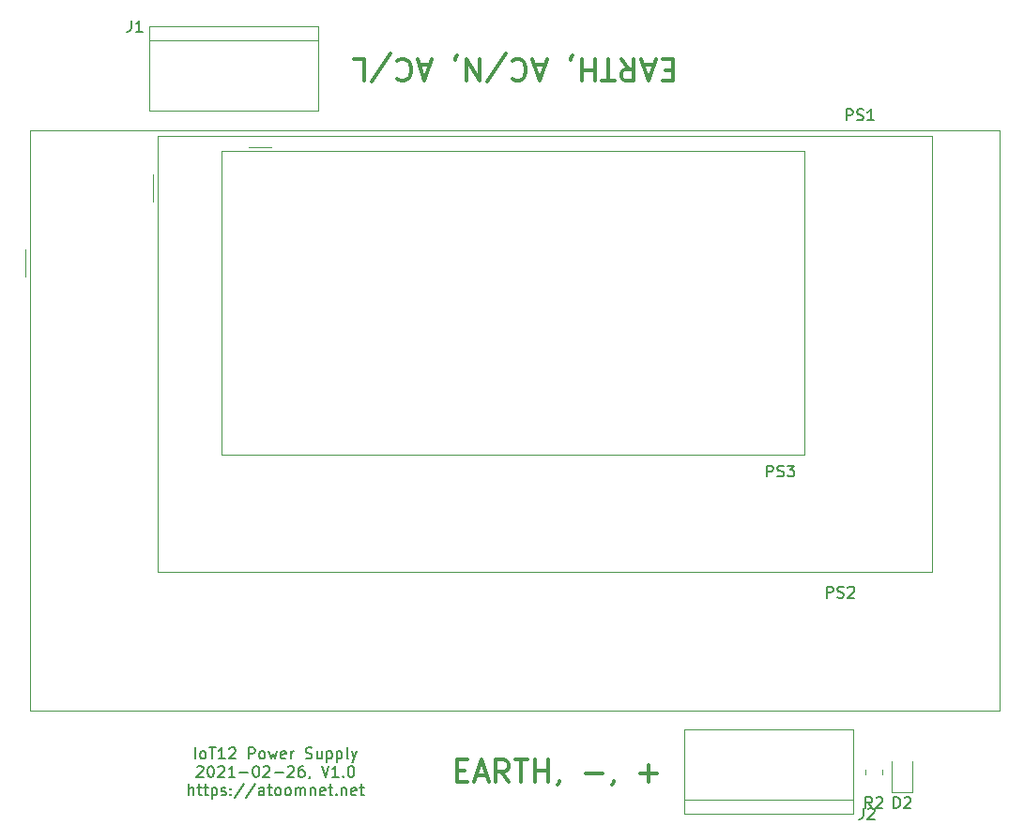
<source format=gbr>
G04 #@! TF.GenerationSoftware,KiCad,Pcbnew,(5.1.9)-1*
G04 #@! TF.CreationDate,2021-03-27T10:15:32+01:00*
G04 #@! TF.ProjectId,IoT12 Power Supply,496f5431-3220-4506-9f77-657220537570,rev?*
G04 #@! TF.SameCoordinates,Original*
G04 #@! TF.FileFunction,Legend,Top*
G04 #@! TF.FilePolarity,Positive*
%FSLAX46Y46*%
G04 Gerber Fmt 4.6, Leading zero omitted, Abs format (unit mm)*
G04 Created by KiCad (PCBNEW (5.1.9)-1) date 2021-03-27 10:15:32*
%MOMM*%
%LPD*%
G01*
G04 APERTURE LIST*
%ADD10C,0.300000*%
%ADD11C,0.150000*%
%ADD12C,0.120000*%
G04 APERTURE END LIST*
D10*
X147162380Y-121777142D02*
X147829047Y-121777142D01*
X148114761Y-122824761D02*
X147162380Y-122824761D01*
X147162380Y-120824761D01*
X148114761Y-120824761D01*
X148876666Y-122253333D02*
X149829047Y-122253333D01*
X148686190Y-122824761D02*
X149352857Y-120824761D01*
X150019523Y-122824761D01*
X151829047Y-122824761D02*
X151162380Y-121872380D01*
X150686190Y-122824761D02*
X150686190Y-120824761D01*
X151448095Y-120824761D01*
X151638571Y-120920000D01*
X151733809Y-121015238D01*
X151829047Y-121205714D01*
X151829047Y-121491428D01*
X151733809Y-121681904D01*
X151638571Y-121777142D01*
X151448095Y-121872380D01*
X150686190Y-121872380D01*
X152400476Y-120824761D02*
X153543333Y-120824761D01*
X152971904Y-122824761D02*
X152971904Y-120824761D01*
X154210000Y-122824761D02*
X154210000Y-120824761D01*
X154210000Y-121777142D02*
X155352857Y-121777142D01*
X155352857Y-122824761D02*
X155352857Y-120824761D01*
X156400476Y-122729523D02*
X156400476Y-122824761D01*
X156305238Y-123015238D01*
X156210000Y-123110476D01*
X158781428Y-122062857D02*
X160305238Y-122062857D01*
X161352857Y-122729523D02*
X161352857Y-122824761D01*
X161257619Y-123015238D01*
X161162380Y-123110476D01*
X163733809Y-122062857D02*
X165257619Y-122062857D01*
X164495714Y-122824761D02*
X164495714Y-121300952D01*
X166638095Y-58562857D02*
X165971428Y-58562857D01*
X165685714Y-57515238D02*
X166638095Y-57515238D01*
X166638095Y-59515238D01*
X165685714Y-59515238D01*
X164923809Y-58086666D02*
X163971428Y-58086666D01*
X165114285Y-57515238D02*
X164447619Y-59515238D01*
X163780952Y-57515238D01*
X161971428Y-57515238D02*
X162638095Y-58467619D01*
X163114285Y-57515238D02*
X163114285Y-59515238D01*
X162352380Y-59515238D01*
X162161904Y-59420000D01*
X162066666Y-59324761D01*
X161971428Y-59134285D01*
X161971428Y-58848571D01*
X162066666Y-58658095D01*
X162161904Y-58562857D01*
X162352380Y-58467619D01*
X163114285Y-58467619D01*
X161400000Y-59515238D02*
X160257142Y-59515238D01*
X160828571Y-57515238D02*
X160828571Y-59515238D01*
X159590476Y-57515238D02*
X159590476Y-59515238D01*
X159590476Y-58562857D02*
X158447619Y-58562857D01*
X158447619Y-57515238D02*
X158447619Y-59515238D01*
X157400000Y-57610476D02*
X157400000Y-57515238D01*
X157495238Y-57324761D01*
X157590476Y-57229523D01*
X155114285Y-58086666D02*
X154161904Y-58086666D01*
X155304761Y-57515238D02*
X154638095Y-59515238D01*
X153971428Y-57515238D01*
X152161904Y-57705714D02*
X152257142Y-57610476D01*
X152542857Y-57515238D01*
X152733333Y-57515238D01*
X153019047Y-57610476D01*
X153209523Y-57800952D01*
X153304761Y-57991428D01*
X153400000Y-58372380D01*
X153400000Y-58658095D01*
X153304761Y-59039047D01*
X153209523Y-59229523D01*
X153019047Y-59420000D01*
X152733333Y-59515238D01*
X152542857Y-59515238D01*
X152257142Y-59420000D01*
X152161904Y-59324761D01*
X149876190Y-59610476D02*
X151590476Y-57039047D01*
X149209523Y-57515238D02*
X149209523Y-59515238D01*
X148066666Y-57515238D01*
X148066666Y-59515238D01*
X147019047Y-57610476D02*
X147019047Y-57515238D01*
X147114285Y-57324761D01*
X147209523Y-57229523D01*
X144733333Y-58086666D02*
X143780952Y-58086666D01*
X144923809Y-57515238D02*
X144257142Y-59515238D01*
X143590476Y-57515238D01*
X141780952Y-57705714D02*
X141876190Y-57610476D01*
X142161904Y-57515238D01*
X142352380Y-57515238D01*
X142638095Y-57610476D01*
X142828571Y-57800952D01*
X142923809Y-57991428D01*
X143019047Y-58372380D01*
X143019047Y-58658095D01*
X142923809Y-59039047D01*
X142828571Y-59229523D01*
X142638095Y-59420000D01*
X142352380Y-59515238D01*
X142161904Y-59515238D01*
X141876190Y-59420000D01*
X141780952Y-59324761D01*
X139495238Y-59610476D02*
X141209523Y-57039047D01*
X137876190Y-57515238D02*
X138828571Y-57515238D01*
X138828571Y-59515238D01*
D11*
X123571904Y-120722380D02*
X123571904Y-119722380D01*
X124190952Y-120722380D02*
X124095714Y-120674761D01*
X124048095Y-120627142D01*
X124000476Y-120531904D01*
X124000476Y-120246190D01*
X124048095Y-120150952D01*
X124095714Y-120103333D01*
X124190952Y-120055714D01*
X124333809Y-120055714D01*
X124429047Y-120103333D01*
X124476666Y-120150952D01*
X124524285Y-120246190D01*
X124524285Y-120531904D01*
X124476666Y-120627142D01*
X124429047Y-120674761D01*
X124333809Y-120722380D01*
X124190952Y-120722380D01*
X124810000Y-119722380D02*
X125381428Y-119722380D01*
X125095714Y-120722380D02*
X125095714Y-119722380D01*
X126238571Y-120722380D02*
X125667142Y-120722380D01*
X125952857Y-120722380D02*
X125952857Y-119722380D01*
X125857619Y-119865238D01*
X125762380Y-119960476D01*
X125667142Y-120008095D01*
X126619523Y-119817619D02*
X126667142Y-119770000D01*
X126762380Y-119722380D01*
X127000476Y-119722380D01*
X127095714Y-119770000D01*
X127143333Y-119817619D01*
X127190952Y-119912857D01*
X127190952Y-120008095D01*
X127143333Y-120150952D01*
X126571904Y-120722380D01*
X127190952Y-120722380D01*
X128381428Y-120722380D02*
X128381428Y-119722380D01*
X128762380Y-119722380D01*
X128857619Y-119770000D01*
X128905238Y-119817619D01*
X128952857Y-119912857D01*
X128952857Y-120055714D01*
X128905238Y-120150952D01*
X128857619Y-120198571D01*
X128762380Y-120246190D01*
X128381428Y-120246190D01*
X129524285Y-120722380D02*
X129429047Y-120674761D01*
X129381428Y-120627142D01*
X129333809Y-120531904D01*
X129333809Y-120246190D01*
X129381428Y-120150952D01*
X129429047Y-120103333D01*
X129524285Y-120055714D01*
X129667142Y-120055714D01*
X129762380Y-120103333D01*
X129810000Y-120150952D01*
X129857619Y-120246190D01*
X129857619Y-120531904D01*
X129810000Y-120627142D01*
X129762380Y-120674761D01*
X129667142Y-120722380D01*
X129524285Y-120722380D01*
X130190952Y-120055714D02*
X130381428Y-120722380D01*
X130571904Y-120246190D01*
X130762380Y-120722380D01*
X130952857Y-120055714D01*
X131714761Y-120674761D02*
X131619523Y-120722380D01*
X131429047Y-120722380D01*
X131333809Y-120674761D01*
X131286190Y-120579523D01*
X131286190Y-120198571D01*
X131333809Y-120103333D01*
X131429047Y-120055714D01*
X131619523Y-120055714D01*
X131714761Y-120103333D01*
X131762380Y-120198571D01*
X131762380Y-120293809D01*
X131286190Y-120389047D01*
X132190952Y-120722380D02*
X132190952Y-120055714D01*
X132190952Y-120246190D02*
X132238571Y-120150952D01*
X132286190Y-120103333D01*
X132381428Y-120055714D01*
X132476666Y-120055714D01*
X133524285Y-120674761D02*
X133667142Y-120722380D01*
X133905238Y-120722380D01*
X134000476Y-120674761D01*
X134048095Y-120627142D01*
X134095714Y-120531904D01*
X134095714Y-120436666D01*
X134048095Y-120341428D01*
X134000476Y-120293809D01*
X133905238Y-120246190D01*
X133714761Y-120198571D01*
X133619523Y-120150952D01*
X133571904Y-120103333D01*
X133524285Y-120008095D01*
X133524285Y-119912857D01*
X133571904Y-119817619D01*
X133619523Y-119770000D01*
X133714761Y-119722380D01*
X133952857Y-119722380D01*
X134095714Y-119770000D01*
X134952857Y-120055714D02*
X134952857Y-120722380D01*
X134524285Y-120055714D02*
X134524285Y-120579523D01*
X134571904Y-120674761D01*
X134667142Y-120722380D01*
X134810000Y-120722380D01*
X134905238Y-120674761D01*
X134952857Y-120627142D01*
X135429047Y-120055714D02*
X135429047Y-121055714D01*
X135429047Y-120103333D02*
X135524285Y-120055714D01*
X135714761Y-120055714D01*
X135810000Y-120103333D01*
X135857619Y-120150952D01*
X135905238Y-120246190D01*
X135905238Y-120531904D01*
X135857619Y-120627142D01*
X135810000Y-120674761D01*
X135714761Y-120722380D01*
X135524285Y-120722380D01*
X135429047Y-120674761D01*
X136333809Y-120055714D02*
X136333809Y-121055714D01*
X136333809Y-120103333D02*
X136429047Y-120055714D01*
X136619523Y-120055714D01*
X136714761Y-120103333D01*
X136762380Y-120150952D01*
X136810000Y-120246190D01*
X136810000Y-120531904D01*
X136762380Y-120627142D01*
X136714761Y-120674761D01*
X136619523Y-120722380D01*
X136429047Y-120722380D01*
X136333809Y-120674761D01*
X137381428Y-120722380D02*
X137286190Y-120674761D01*
X137238571Y-120579523D01*
X137238571Y-119722380D01*
X137667142Y-120055714D02*
X137905238Y-120722380D01*
X138143333Y-120055714D02*
X137905238Y-120722380D01*
X137810000Y-120960476D01*
X137762380Y-121008095D01*
X137667142Y-121055714D01*
X123714761Y-121467619D02*
X123762380Y-121420000D01*
X123857619Y-121372380D01*
X124095714Y-121372380D01*
X124190952Y-121420000D01*
X124238571Y-121467619D01*
X124286190Y-121562857D01*
X124286190Y-121658095D01*
X124238571Y-121800952D01*
X123667142Y-122372380D01*
X124286190Y-122372380D01*
X124905238Y-121372380D02*
X125000476Y-121372380D01*
X125095714Y-121420000D01*
X125143333Y-121467619D01*
X125190952Y-121562857D01*
X125238571Y-121753333D01*
X125238571Y-121991428D01*
X125190952Y-122181904D01*
X125143333Y-122277142D01*
X125095714Y-122324761D01*
X125000476Y-122372380D01*
X124905238Y-122372380D01*
X124810000Y-122324761D01*
X124762380Y-122277142D01*
X124714761Y-122181904D01*
X124667142Y-121991428D01*
X124667142Y-121753333D01*
X124714761Y-121562857D01*
X124762380Y-121467619D01*
X124810000Y-121420000D01*
X124905238Y-121372380D01*
X125619523Y-121467619D02*
X125667142Y-121420000D01*
X125762380Y-121372380D01*
X126000476Y-121372380D01*
X126095714Y-121420000D01*
X126143333Y-121467619D01*
X126190952Y-121562857D01*
X126190952Y-121658095D01*
X126143333Y-121800952D01*
X125571904Y-122372380D01*
X126190952Y-122372380D01*
X127143333Y-122372380D02*
X126571904Y-122372380D01*
X126857619Y-122372380D02*
X126857619Y-121372380D01*
X126762380Y-121515238D01*
X126667142Y-121610476D01*
X126571904Y-121658095D01*
X127571904Y-121991428D02*
X128333809Y-121991428D01*
X129000476Y-121372380D02*
X129095714Y-121372380D01*
X129190952Y-121420000D01*
X129238571Y-121467619D01*
X129286190Y-121562857D01*
X129333809Y-121753333D01*
X129333809Y-121991428D01*
X129286190Y-122181904D01*
X129238571Y-122277142D01*
X129190952Y-122324761D01*
X129095714Y-122372380D01*
X129000476Y-122372380D01*
X128905238Y-122324761D01*
X128857619Y-122277142D01*
X128810000Y-122181904D01*
X128762380Y-121991428D01*
X128762380Y-121753333D01*
X128810000Y-121562857D01*
X128857619Y-121467619D01*
X128905238Y-121420000D01*
X129000476Y-121372380D01*
X129714761Y-121467619D02*
X129762380Y-121420000D01*
X129857619Y-121372380D01*
X130095714Y-121372380D01*
X130190952Y-121420000D01*
X130238571Y-121467619D01*
X130286190Y-121562857D01*
X130286190Y-121658095D01*
X130238571Y-121800952D01*
X129667142Y-122372380D01*
X130286190Y-122372380D01*
X130714761Y-121991428D02*
X131476666Y-121991428D01*
X131905238Y-121467619D02*
X131952857Y-121420000D01*
X132048095Y-121372380D01*
X132286190Y-121372380D01*
X132381428Y-121420000D01*
X132429047Y-121467619D01*
X132476666Y-121562857D01*
X132476666Y-121658095D01*
X132429047Y-121800952D01*
X131857619Y-122372380D01*
X132476666Y-122372380D01*
X133333809Y-121372380D02*
X133143333Y-121372380D01*
X133048095Y-121420000D01*
X133000476Y-121467619D01*
X132905238Y-121610476D01*
X132857619Y-121800952D01*
X132857619Y-122181904D01*
X132905238Y-122277142D01*
X132952857Y-122324761D01*
X133048095Y-122372380D01*
X133238571Y-122372380D01*
X133333809Y-122324761D01*
X133381428Y-122277142D01*
X133429047Y-122181904D01*
X133429047Y-121943809D01*
X133381428Y-121848571D01*
X133333809Y-121800952D01*
X133238571Y-121753333D01*
X133048095Y-121753333D01*
X132952857Y-121800952D01*
X132905238Y-121848571D01*
X132857619Y-121943809D01*
X133905238Y-122324761D02*
X133905238Y-122372380D01*
X133857619Y-122467619D01*
X133810000Y-122515238D01*
X134952857Y-121372380D02*
X135286190Y-122372380D01*
X135619523Y-121372380D01*
X136476666Y-122372380D02*
X135905238Y-122372380D01*
X136190952Y-122372380D02*
X136190952Y-121372380D01*
X136095714Y-121515238D01*
X136000476Y-121610476D01*
X135905238Y-121658095D01*
X136905238Y-122277142D02*
X136952857Y-122324761D01*
X136905238Y-122372380D01*
X136857619Y-122324761D01*
X136905238Y-122277142D01*
X136905238Y-122372380D01*
X137571904Y-121372380D02*
X137667142Y-121372380D01*
X137762380Y-121420000D01*
X137810000Y-121467619D01*
X137857619Y-121562857D01*
X137905238Y-121753333D01*
X137905238Y-121991428D01*
X137857619Y-122181904D01*
X137810000Y-122277142D01*
X137762380Y-122324761D01*
X137667142Y-122372380D01*
X137571904Y-122372380D01*
X137476666Y-122324761D01*
X137429047Y-122277142D01*
X137381428Y-122181904D01*
X137333809Y-121991428D01*
X137333809Y-121753333D01*
X137381428Y-121562857D01*
X137429047Y-121467619D01*
X137476666Y-121420000D01*
X137571904Y-121372380D01*
X123000476Y-124022380D02*
X123000476Y-123022380D01*
X123429047Y-124022380D02*
X123429047Y-123498571D01*
X123381428Y-123403333D01*
X123286190Y-123355714D01*
X123143333Y-123355714D01*
X123048095Y-123403333D01*
X123000476Y-123450952D01*
X123762380Y-123355714D02*
X124143333Y-123355714D01*
X123905238Y-123022380D02*
X123905238Y-123879523D01*
X123952857Y-123974761D01*
X124048095Y-124022380D01*
X124143333Y-124022380D01*
X124333809Y-123355714D02*
X124714761Y-123355714D01*
X124476666Y-123022380D02*
X124476666Y-123879523D01*
X124524285Y-123974761D01*
X124619523Y-124022380D01*
X124714761Y-124022380D01*
X125048095Y-123355714D02*
X125048095Y-124355714D01*
X125048095Y-123403333D02*
X125143333Y-123355714D01*
X125333809Y-123355714D01*
X125429047Y-123403333D01*
X125476666Y-123450952D01*
X125524285Y-123546190D01*
X125524285Y-123831904D01*
X125476666Y-123927142D01*
X125429047Y-123974761D01*
X125333809Y-124022380D01*
X125143333Y-124022380D01*
X125048095Y-123974761D01*
X125905238Y-123974761D02*
X126000476Y-124022380D01*
X126190952Y-124022380D01*
X126286190Y-123974761D01*
X126333809Y-123879523D01*
X126333809Y-123831904D01*
X126286190Y-123736666D01*
X126190952Y-123689047D01*
X126048095Y-123689047D01*
X125952857Y-123641428D01*
X125905238Y-123546190D01*
X125905238Y-123498571D01*
X125952857Y-123403333D01*
X126048095Y-123355714D01*
X126190952Y-123355714D01*
X126286190Y-123403333D01*
X126762380Y-123927142D02*
X126810000Y-123974761D01*
X126762380Y-124022380D01*
X126714761Y-123974761D01*
X126762380Y-123927142D01*
X126762380Y-124022380D01*
X126762380Y-123403333D02*
X126810000Y-123450952D01*
X126762380Y-123498571D01*
X126714761Y-123450952D01*
X126762380Y-123403333D01*
X126762380Y-123498571D01*
X127952857Y-122974761D02*
X127095714Y-124260476D01*
X129000476Y-122974761D02*
X128143333Y-124260476D01*
X129762380Y-124022380D02*
X129762380Y-123498571D01*
X129714761Y-123403333D01*
X129619523Y-123355714D01*
X129429047Y-123355714D01*
X129333809Y-123403333D01*
X129762380Y-123974761D02*
X129667142Y-124022380D01*
X129429047Y-124022380D01*
X129333809Y-123974761D01*
X129286190Y-123879523D01*
X129286190Y-123784285D01*
X129333809Y-123689047D01*
X129429047Y-123641428D01*
X129667142Y-123641428D01*
X129762380Y-123593809D01*
X130095714Y-123355714D02*
X130476666Y-123355714D01*
X130238571Y-123022380D02*
X130238571Y-123879523D01*
X130286190Y-123974761D01*
X130381428Y-124022380D01*
X130476666Y-124022380D01*
X130952857Y-124022380D02*
X130857619Y-123974761D01*
X130810000Y-123927142D01*
X130762380Y-123831904D01*
X130762380Y-123546190D01*
X130810000Y-123450952D01*
X130857619Y-123403333D01*
X130952857Y-123355714D01*
X131095714Y-123355714D01*
X131190952Y-123403333D01*
X131238571Y-123450952D01*
X131286190Y-123546190D01*
X131286190Y-123831904D01*
X131238571Y-123927142D01*
X131190952Y-123974761D01*
X131095714Y-124022380D01*
X130952857Y-124022380D01*
X131857619Y-124022380D02*
X131762380Y-123974761D01*
X131714761Y-123927142D01*
X131667142Y-123831904D01*
X131667142Y-123546190D01*
X131714761Y-123450952D01*
X131762380Y-123403333D01*
X131857619Y-123355714D01*
X132000476Y-123355714D01*
X132095714Y-123403333D01*
X132143333Y-123450952D01*
X132190952Y-123546190D01*
X132190952Y-123831904D01*
X132143333Y-123927142D01*
X132095714Y-123974761D01*
X132000476Y-124022380D01*
X131857619Y-124022380D01*
X132619523Y-124022380D02*
X132619523Y-123355714D01*
X132619523Y-123450952D02*
X132667142Y-123403333D01*
X132762380Y-123355714D01*
X132905238Y-123355714D01*
X133000476Y-123403333D01*
X133048095Y-123498571D01*
X133048095Y-124022380D01*
X133048095Y-123498571D02*
X133095714Y-123403333D01*
X133190952Y-123355714D01*
X133333809Y-123355714D01*
X133429047Y-123403333D01*
X133476666Y-123498571D01*
X133476666Y-124022380D01*
X133952857Y-123355714D02*
X133952857Y-124022380D01*
X133952857Y-123450952D02*
X134000476Y-123403333D01*
X134095714Y-123355714D01*
X134238571Y-123355714D01*
X134333809Y-123403333D01*
X134381428Y-123498571D01*
X134381428Y-124022380D01*
X135238571Y-123974761D02*
X135143333Y-124022380D01*
X134952857Y-124022380D01*
X134857619Y-123974761D01*
X134810000Y-123879523D01*
X134810000Y-123498571D01*
X134857619Y-123403333D01*
X134952857Y-123355714D01*
X135143333Y-123355714D01*
X135238571Y-123403333D01*
X135286190Y-123498571D01*
X135286190Y-123593809D01*
X134810000Y-123689047D01*
X135571904Y-123355714D02*
X135952857Y-123355714D01*
X135714761Y-123022380D02*
X135714761Y-123879523D01*
X135762380Y-123974761D01*
X135857619Y-124022380D01*
X135952857Y-124022380D01*
X136286190Y-123927142D02*
X136333809Y-123974761D01*
X136286190Y-124022380D01*
X136238571Y-123974761D01*
X136286190Y-123927142D01*
X136286190Y-124022380D01*
X136762380Y-123355714D02*
X136762380Y-124022380D01*
X136762380Y-123450952D02*
X136810000Y-123403333D01*
X136905238Y-123355714D01*
X137048095Y-123355714D01*
X137143333Y-123403333D01*
X137190952Y-123498571D01*
X137190952Y-124022380D01*
X138048095Y-123974761D02*
X137952857Y-124022380D01*
X137762380Y-124022380D01*
X137667142Y-123974761D01*
X137619523Y-123879523D01*
X137619523Y-123498571D01*
X137667142Y-123403333D01*
X137762380Y-123355714D01*
X137952857Y-123355714D01*
X138048095Y-123403333D01*
X138095714Y-123498571D01*
X138095714Y-123593809D01*
X137619523Y-123689047D01*
X138381428Y-123355714D02*
X138762380Y-123355714D01*
X138524285Y-123022380D02*
X138524285Y-123879523D01*
X138571904Y-123974761D01*
X138667142Y-124022380D01*
X138762380Y-124022380D01*
D12*
X190033000Y-64451500D02*
X120133000Y-64451500D01*
X120133000Y-103851500D02*
X190033000Y-103851500D01*
X190033000Y-103851500D02*
X190033000Y-64451500D01*
X120133000Y-64451500D02*
X120133000Y-103851500D01*
X119777000Y-67935500D02*
X119777000Y-70435500D01*
X185520000Y-122147064D02*
X185520000Y-121692936D01*
X184050000Y-122147064D02*
X184050000Y-121692936D01*
X188285000Y-123780000D02*
X188285000Y-120920000D01*
X186365000Y-123780000D02*
X188285000Y-123780000D01*
X186365000Y-120920000D02*
X186365000Y-123780000D01*
X125893000Y-65831500D02*
X125893000Y-93271500D01*
X125893000Y-93271500D02*
X178533000Y-93271500D01*
X125893000Y-65831500D02*
X178533000Y-65831500D01*
X178533000Y-65831500D02*
X178533000Y-93271500D01*
X130413000Y-65501500D02*
X128413000Y-65501500D01*
X196098400Y-63964200D02*
X108698400Y-63964200D01*
X108698400Y-116364200D02*
X196098400Y-116364200D01*
X196098400Y-116364200D02*
X196098400Y-63964200D01*
X108698400Y-63964200D02*
X108698400Y-116364200D01*
X108210000Y-77220000D02*
X108210000Y-74720000D01*
X167640000Y-125730000D02*
X182880000Y-125730000D01*
X167640000Y-118110000D02*
X182880000Y-118110000D01*
X167640000Y-124460000D02*
X182880000Y-124460000D01*
X182880000Y-125730000D02*
X182880000Y-118110000D01*
X167640000Y-125730000D02*
X167640000Y-118110000D01*
X134620000Y-54610000D02*
X119380000Y-54610000D01*
X134620000Y-62230000D02*
X119380000Y-62230000D01*
X134620000Y-55880000D02*
X119380000Y-55880000D01*
X119380000Y-54610000D02*
X119380000Y-62230000D01*
X134620000Y-54610000D02*
X134620000Y-62230000D01*
D11*
X180538714Y-106193880D02*
X180538714Y-105193880D01*
X180919666Y-105193880D01*
X181014904Y-105241500D01*
X181062523Y-105289119D01*
X181110142Y-105384357D01*
X181110142Y-105527214D01*
X181062523Y-105622452D01*
X181014904Y-105670071D01*
X180919666Y-105717690D01*
X180538714Y-105717690D01*
X181491095Y-106146261D02*
X181633952Y-106193880D01*
X181872047Y-106193880D01*
X181967285Y-106146261D01*
X182014904Y-106098642D01*
X182062523Y-106003404D01*
X182062523Y-105908166D01*
X182014904Y-105812928D01*
X181967285Y-105765309D01*
X181872047Y-105717690D01*
X181681571Y-105670071D01*
X181586333Y-105622452D01*
X181538714Y-105574833D01*
X181491095Y-105479595D01*
X181491095Y-105384357D01*
X181538714Y-105289119D01*
X181586333Y-105241500D01*
X181681571Y-105193880D01*
X181919666Y-105193880D01*
X182062523Y-105241500D01*
X182443476Y-105289119D02*
X182491095Y-105241500D01*
X182586333Y-105193880D01*
X182824428Y-105193880D01*
X182919666Y-105241500D01*
X182967285Y-105289119D01*
X183014904Y-105384357D01*
X183014904Y-105479595D01*
X182967285Y-105622452D01*
X182395857Y-106193880D01*
X183014904Y-106193880D01*
X184618333Y-125166380D02*
X184285000Y-124690190D01*
X184046904Y-125166380D02*
X184046904Y-124166380D01*
X184427857Y-124166380D01*
X184523095Y-124214000D01*
X184570714Y-124261619D01*
X184618333Y-124356857D01*
X184618333Y-124499714D01*
X184570714Y-124594952D01*
X184523095Y-124642571D01*
X184427857Y-124690190D01*
X184046904Y-124690190D01*
X184999285Y-124261619D02*
X185046904Y-124214000D01*
X185142142Y-124166380D01*
X185380238Y-124166380D01*
X185475476Y-124214000D01*
X185523095Y-124261619D01*
X185570714Y-124356857D01*
X185570714Y-124452095D01*
X185523095Y-124594952D01*
X184951666Y-125166380D01*
X185570714Y-125166380D01*
X186586904Y-125166380D02*
X186586904Y-124166380D01*
X186825000Y-124166380D01*
X186967857Y-124214000D01*
X187063095Y-124309238D01*
X187110714Y-124404476D01*
X187158333Y-124594952D01*
X187158333Y-124737809D01*
X187110714Y-124928285D01*
X187063095Y-125023523D01*
X186967857Y-125118761D01*
X186825000Y-125166380D01*
X186586904Y-125166380D01*
X187539285Y-124261619D02*
X187586904Y-124214000D01*
X187682142Y-124166380D01*
X187920238Y-124166380D01*
X188015476Y-124214000D01*
X188063095Y-124261619D01*
X188110714Y-124356857D01*
X188110714Y-124452095D01*
X188063095Y-124594952D01*
X187491666Y-125166380D01*
X188110714Y-125166380D01*
X175128714Y-95243880D02*
X175128714Y-94243880D01*
X175509666Y-94243880D01*
X175604904Y-94291500D01*
X175652523Y-94339119D01*
X175700142Y-94434357D01*
X175700142Y-94577214D01*
X175652523Y-94672452D01*
X175604904Y-94720071D01*
X175509666Y-94767690D01*
X175128714Y-94767690D01*
X176081095Y-95196261D02*
X176223952Y-95243880D01*
X176462047Y-95243880D01*
X176557285Y-95196261D01*
X176604904Y-95148642D01*
X176652523Y-95053404D01*
X176652523Y-94958166D01*
X176604904Y-94862928D01*
X176557285Y-94815309D01*
X176462047Y-94767690D01*
X176271571Y-94720071D01*
X176176333Y-94672452D01*
X176128714Y-94624833D01*
X176081095Y-94529595D01*
X176081095Y-94434357D01*
X176128714Y-94339119D01*
X176176333Y-94291500D01*
X176271571Y-94243880D01*
X176509666Y-94243880D01*
X176652523Y-94291500D01*
X176985857Y-94243880D02*
X177604904Y-94243880D01*
X177271571Y-94624833D01*
X177414428Y-94624833D01*
X177509666Y-94672452D01*
X177557285Y-94720071D01*
X177604904Y-94815309D01*
X177604904Y-95053404D01*
X177557285Y-95148642D01*
X177509666Y-95196261D01*
X177414428Y-95243880D01*
X177128714Y-95243880D01*
X177033476Y-95196261D01*
X176985857Y-95148642D01*
X182300714Y-63063380D02*
X182300714Y-62063380D01*
X182681666Y-62063380D01*
X182776904Y-62111000D01*
X182824523Y-62158619D01*
X182872142Y-62253857D01*
X182872142Y-62396714D01*
X182824523Y-62491952D01*
X182776904Y-62539571D01*
X182681666Y-62587190D01*
X182300714Y-62587190D01*
X183253095Y-63015761D02*
X183395952Y-63063380D01*
X183634047Y-63063380D01*
X183729285Y-63015761D01*
X183776904Y-62968142D01*
X183824523Y-62872904D01*
X183824523Y-62777666D01*
X183776904Y-62682428D01*
X183729285Y-62634809D01*
X183634047Y-62587190D01*
X183443571Y-62539571D01*
X183348333Y-62491952D01*
X183300714Y-62444333D01*
X183253095Y-62349095D01*
X183253095Y-62253857D01*
X183300714Y-62158619D01*
X183348333Y-62111000D01*
X183443571Y-62063380D01*
X183681666Y-62063380D01*
X183824523Y-62111000D01*
X184776904Y-63063380D02*
X184205476Y-63063380D01*
X184491190Y-63063380D02*
X184491190Y-62063380D01*
X184395952Y-62206238D01*
X184300714Y-62301476D01*
X184205476Y-62349095D01*
X183816666Y-125182380D02*
X183816666Y-125896666D01*
X183769047Y-126039523D01*
X183673809Y-126134761D01*
X183530952Y-126182380D01*
X183435714Y-126182380D01*
X184245238Y-125277619D02*
X184292857Y-125230000D01*
X184388095Y-125182380D01*
X184626190Y-125182380D01*
X184721428Y-125230000D01*
X184769047Y-125277619D01*
X184816666Y-125372857D01*
X184816666Y-125468095D01*
X184769047Y-125610952D01*
X184197619Y-126182380D01*
X184816666Y-126182380D01*
X117776666Y-54062380D02*
X117776666Y-54776666D01*
X117729047Y-54919523D01*
X117633809Y-55014761D01*
X117490952Y-55062380D01*
X117395714Y-55062380D01*
X118776666Y-55062380D02*
X118205238Y-55062380D01*
X118490952Y-55062380D02*
X118490952Y-54062380D01*
X118395714Y-54205238D01*
X118300476Y-54300476D01*
X118205238Y-54348095D01*
M02*

</source>
